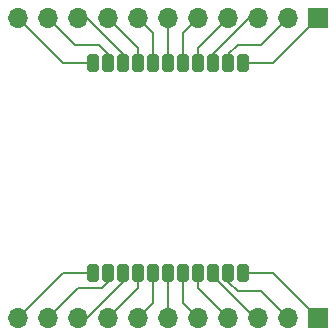
<source format=gbr>
%TF.GenerationSoftware,KiCad,Pcbnew,8.0.6*%
%TF.CreationDate,2024-12-12T11:47:33+01:00*%
%TF.ProjectId,htctboard,68746374-626f-4617-9264-2e6b69636164,rev?*%
%TF.SameCoordinates,Original*%
%TF.FileFunction,Copper,L1,Top*%
%TF.FilePolarity,Positive*%
%FSLAX46Y46*%
G04 Gerber Fmt 4.6, Leading zero omitted, Abs format (unit mm)*
G04 Created by KiCad (PCBNEW 8.0.6) date 2024-12-12 11:47:33*
%MOMM*%
%LPD*%
G01*
G04 APERTURE LIST*
G04 Aperture macros list*
%AMRoundRect*
0 Rectangle with rounded corners*
0 $1 Rounding radius*
0 $2 $3 $4 $5 $6 $7 $8 $9 X,Y pos of 4 corners*
0 Add a 4 corners polygon primitive as box body*
4,1,4,$2,$3,$4,$5,$6,$7,$8,$9,$2,$3,0*
0 Add four circle primitives for the rounded corners*
1,1,$1+$1,$2,$3*
1,1,$1+$1,$4,$5*
1,1,$1+$1,$6,$7*
1,1,$1+$1,$8,$9*
0 Add four rect primitives between the rounded corners*
20,1,$1+$1,$2,$3,$4,$5,0*
20,1,$1+$1,$4,$5,$6,$7,0*
20,1,$1+$1,$6,$7,$8,$9,0*
20,1,$1+$1,$8,$9,$2,$3,0*%
G04 Aperture macros list end*
%TA.AperFunction,SMDPad,CuDef*%
%ADD10RoundRect,0.250000X-0.250000X-0.500000X0.250000X-0.500000X0.250000X0.500000X-0.250000X0.500000X0*%
%TD*%
%TA.AperFunction,ComponentPad*%
%ADD11R,1.700000X1.700000*%
%TD*%
%TA.AperFunction,ComponentPad*%
%ADD12O,1.700000X1.700000*%
%TD*%
%TA.AperFunction,Conductor*%
%ADD13C,0.200000*%
%TD*%
G04 APERTURE END LIST*
D10*
%TO.P,U1,1,2.4G_Ant*%
%TO.N,2.4ANT*%
X135890000Y-72390000D03*
%TO.P,U1,2,GND*%
%TO.N,GND*%
X137160000Y-72390000D03*
%TO.P,U1,3,GPIO7*%
%TO.N,7*%
X138430000Y-72390000D03*
%TO.P,U1,4,GPIO6*%
%TO.N,6*%
X139700000Y-72390000D03*
%TO.P,U1,5,GPIO5*%
%TO.N,5*%
X140970000Y-72390000D03*
%TO.P,U1,6,GPIO4*%
%TO.N,4*%
X142240000Y-72390000D03*
%TO.P,U1,7,GPIO3*%
%TO.N,3*%
X143510000Y-72390000D03*
%TO.P,U1,8,GPIO2*%
%TO.N,2*%
X144780000Y-72390000D03*
%TO.P,U1,9,GPIO1*%
%TO.N,1*%
X146050000Y-72390000D03*
%TO.P,U1,10,GPIO0*%
%TO.N,0*%
X147320000Y-72390000D03*
%TO.P,U1,11,EN*%
%TO.N,EN*%
X148590000Y-72390000D03*
%TO.P,U1,12,VDD*%
%TO.N,VDD*%
X135890000Y-90170000D03*
%TO.P,U1,13,GND*%
%TO.N,GND*%
X137160000Y-90170000D03*
%TO.P,U1,14,GPIO10*%
%TO.N,10*%
X138430000Y-90170000D03*
%TO.P,U1,15,GPIO9*%
%TO.N,9*%
X139700000Y-90170000D03*
%TO.P,U1,16,GPIO8*%
%TO.N,8*%
X140970000Y-90170000D03*
%TO.P,U1,17,GPIO18_DN*%
%TO.N,18*%
X142240000Y-90170000D03*
%TO.P,U1,18,GPIO19_DP*%
%TO.N,19*%
X143510000Y-90170000D03*
%TO.P,U1,19,GPIO20_RXD*%
%TO.N,RXD*%
X144780000Y-90170000D03*
%TO.P,U1,20,GPIO21_TXD*%
%TO.N,TXD*%
X146050000Y-90170000D03*
%TO.P,U1,21,GND*%
%TO.N,GND*%
X147320000Y-90170000D03*
%TO.P,U1,22,LoRa_Ant*%
%TO.N,LoRaANT*%
X148590000Y-90170000D03*
%TD*%
D11*
%TO.P,J2,1,Pin_1*%
%TO.N,LoRaANT*%
X154940000Y-93980000D03*
D12*
%TO.P,J2,2,Pin_2*%
%TO.N,GND*%
X152400000Y-93980000D03*
%TO.P,J2,3,Pin_3*%
%TO.N,TXD*%
X149860000Y-93980000D03*
%TO.P,J2,4,Pin_4*%
%TO.N,RXD*%
X147320000Y-93980000D03*
%TO.P,J2,5,Pin_5*%
%TO.N,19*%
X144780000Y-93980000D03*
%TO.P,J2,6,Pin_6*%
%TO.N,18*%
X142240000Y-93980000D03*
%TO.P,J2,7,Pin_7*%
%TO.N,8*%
X139700000Y-93980000D03*
%TO.P,J2,8,Pin_8*%
%TO.N,9*%
X137160000Y-93980000D03*
%TO.P,J2,9,Pin_9*%
%TO.N,10*%
X134620000Y-93980000D03*
%TO.P,J2,10,Pin_10*%
%TO.N,GND*%
X132080000Y-93980000D03*
%TO.P,J2,11,Pin_11*%
%TO.N,VDD*%
X129540000Y-93980000D03*
%TD*%
D11*
%TO.P,J1,1,Pin_1*%
%TO.N,EN*%
X154940000Y-68580000D03*
D12*
%TO.P,J1,2,Pin_2*%
%TO.N,0*%
X152400000Y-68580000D03*
%TO.P,J1,3,Pin_3*%
%TO.N,1*%
X149860000Y-68580000D03*
%TO.P,J1,4,Pin_4*%
%TO.N,2*%
X147320000Y-68580000D03*
%TO.P,J1,5,Pin_5*%
%TO.N,3*%
X144780000Y-68580000D03*
%TO.P,J1,6,Pin_6*%
%TO.N,4*%
X142240000Y-68580000D03*
%TO.P,J1,7,Pin_7*%
%TO.N,5*%
X139700000Y-68580000D03*
%TO.P,J1,8,Pin_8*%
%TO.N,6*%
X137160000Y-68580000D03*
%TO.P,J1,9,Pin_9*%
%TO.N,7*%
X134620000Y-68580000D03*
%TO.P,J1,10,Pin_10*%
%TO.N,GND*%
X132080000Y-68580000D03*
%TO.P,J1,11,Pin_11*%
%TO.N,2.4ANT*%
X129540000Y-68580000D03*
%TD*%
D13*
%TO.N,1*%
X146050000Y-71640000D02*
X149110000Y-68580000D01*
X146050000Y-72390000D02*
X146050000Y-71640000D01*
X149110000Y-68580000D02*
X149860000Y-68580000D01*
%TO.N,7*%
X138430000Y-72390000D02*
X138430000Y-71640000D01*
X135370000Y-68580000D02*
X134620000Y-68580000D01*
X138430000Y-71640000D02*
X135370000Y-68580000D01*
%TO.N,6*%
X139700000Y-72390000D02*
X139700000Y-71120000D01*
X139700000Y-71120000D02*
X137160000Y-68580000D01*
%TO.N,2*%
X144780000Y-71120000D02*
X147320000Y-68580000D01*
X144780000Y-72390000D02*
X144780000Y-71120000D01*
%TO.N,EN*%
X148590000Y-72390000D02*
X151130000Y-72390000D01*
X151130000Y-72390000D02*
X154940000Y-68580000D01*
%TO.N,2.4ANT*%
X133350000Y-72390000D02*
X129540000Y-68580000D01*
X135890000Y-72390000D02*
X133350000Y-72390000D01*
%TO.N,GND*%
X137160000Y-90920000D02*
X136640000Y-91440000D01*
X134620000Y-91440000D02*
X132080000Y-93980000D01*
X150142843Y-91722843D02*
X152400000Y-93980000D01*
X136357157Y-70837157D02*
X134337157Y-70837157D01*
X136640000Y-91440000D02*
X134620000Y-91440000D01*
X137160000Y-90170000D02*
X137160000Y-90920000D01*
X137160000Y-72390000D02*
X137160000Y-71640000D01*
X134337157Y-70837157D02*
X132080000Y-68580000D01*
X147320000Y-90170000D02*
X147320000Y-90920000D01*
X137160000Y-71640000D02*
X136357157Y-70837157D01*
X147320000Y-90920000D02*
X148122843Y-91722843D01*
X148122843Y-91722843D02*
X150142843Y-91722843D01*
%TO.N,4*%
X142240000Y-72390000D02*
X142240000Y-68580000D01*
%TO.N,0*%
X147320000Y-71640000D02*
X148122843Y-70837157D01*
X147320000Y-72390000D02*
X147320000Y-71640000D01*
X150142843Y-70837157D02*
X152400000Y-68580000D01*
X148122843Y-70837157D02*
X150142843Y-70837157D01*
%TO.N,5*%
X140970000Y-72390000D02*
X140970000Y-69850000D01*
X140970000Y-69850000D02*
X139700000Y-68580000D01*
%TO.N,3*%
X143510000Y-72390000D02*
X143510000Y-69850000D01*
X143510000Y-69850000D02*
X144780000Y-68580000D01*
%TO.N,TXD*%
X146050000Y-90170000D02*
X146050000Y-90434744D01*
X149595256Y-93980000D02*
X149860000Y-93980000D01*
X146050000Y-90434744D02*
X149595256Y-93980000D01*
%TO.N,VDD*%
X133350000Y-90170000D02*
X129540000Y-93980000D01*
X135890000Y-90170000D02*
X133350000Y-90170000D01*
%TO.N,8*%
X140970000Y-90170000D02*
X140970000Y-92710000D01*
X140970000Y-92710000D02*
X139700000Y-93980000D01*
%TO.N,LoRaANT*%
X148590000Y-90170000D02*
X151130000Y-90170000D01*
X151130000Y-90170000D02*
X154940000Y-93980000D01*
%TO.N,18*%
X142240000Y-90170000D02*
X142240000Y-93980000D01*
%TO.N,19*%
X143510000Y-92710000D02*
X144780000Y-93980000D01*
X143510000Y-90170000D02*
X143510000Y-92710000D01*
%TO.N,9*%
X139700000Y-91440000D02*
X137160000Y-93980000D01*
X139700000Y-90170000D02*
X139700000Y-91440000D01*
%TO.N,10*%
X135370000Y-93980000D02*
X134620000Y-93980000D01*
X138430000Y-90170000D02*
X138430000Y-90920000D01*
X138430000Y-90920000D02*
X135370000Y-93980000D01*
%TO.N,RXD*%
X144780000Y-90170000D02*
X144780000Y-91440000D01*
X144780000Y-91440000D02*
X147320000Y-93980000D01*
%TD*%
M02*

</source>
